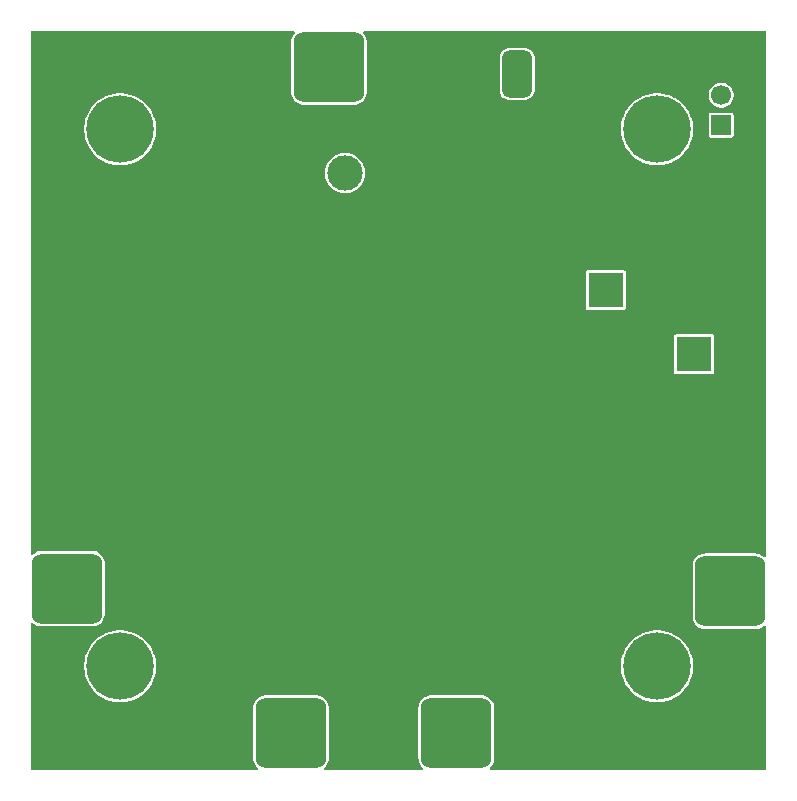
<source format=gbr>
%TF.GenerationSoftware,KiCad,Pcbnew,9.0.5*%
%TF.CreationDate,2025-12-11T06:11:38-03:00*%
%TF.ProjectId,stage power dron_v1,73746167-6520-4706-9f77-65722064726f,rev?*%
%TF.SameCoordinates,Original*%
%TF.FileFunction,Copper,L2,Bot*%
%TF.FilePolarity,Positive*%
%FSLAX46Y46*%
G04 Gerber Fmt 4.6, Leading zero omitted, Abs format (unit mm)*
G04 Created by KiCad (PCBNEW 9.0.5) date 2025-12-11 06:11:38*
%MOMM*%
%LPD*%
G01*
G04 APERTURE LIST*
G04 Aperture macros list*
%AMRoundRect*
0 Rectangle with rounded corners*
0 $1 Rounding radius*
0 $2 $3 $4 $5 $6 $7 $8 $9 X,Y pos of 4 corners*
0 Add a 4 corners polygon primitive as box body*
4,1,4,$2,$3,$4,$5,$6,$7,$8,$9,$2,$3,0*
0 Add four circle primitives for the rounded corners*
1,1,$1+$1,$2,$3*
1,1,$1+$1,$4,$5*
1,1,$1+$1,$6,$7*
1,1,$1+$1,$8,$9*
0 Add four rect primitives between the rounded corners*
20,1,$1+$1,$2,$3,$4,$5,0*
20,1,$1+$1,$4,$5,$6,$7,0*
20,1,$1+$1,$6,$7,$8,$9,0*
20,1,$1+$1,$8,$9,$2,$3,0*%
G04 Aperture macros list end*
%TA.AperFunction,ComponentPad*%
%ADD10RoundRect,0.900000X2.100000X2.100000X-2.100000X2.100000X-2.100000X-2.100000X2.100000X-2.100000X0*%
%TD*%
%TA.AperFunction,ComponentPad*%
%ADD11RoundRect,0.650000X-0.650000X-1.350000X0.650000X-1.350000X0.650000X1.350000X-0.650000X1.350000X0*%
%TD*%
%TA.AperFunction,ComponentPad*%
%ADD12RoundRect,0.900000X-2.100000X2.100000X-2.100000X-2.100000X2.100000X-2.100000X2.100000X2.100000X0*%
%TD*%
%TA.AperFunction,ComponentPad*%
%ADD13C,5.700000*%
%TD*%
%TA.AperFunction,ComponentPad*%
%ADD14R,3.000000X3.000000*%
%TD*%
%TA.AperFunction,ComponentPad*%
%ADD15C,3.000000*%
%TD*%
%TA.AperFunction,ComponentPad*%
%ADD16R,1.700000X1.700000*%
%TD*%
%TA.AperFunction,ComponentPad*%
%ADD17C,1.700000*%
%TD*%
%TA.AperFunction,ComponentPad*%
%ADD18RoundRect,0.900000X2.100000X-2.100000X2.100000X2.100000X-2.100000X2.100000X-2.100000X-2.100000X0*%
%TD*%
%TA.AperFunction,ViaPad*%
%ADD19C,2.000000*%
%TD*%
G04 APERTURE END LIST*
D10*
%TO.P,J3,1,Pin_1*%
%TO.N,+12V*%
X112310000Y-89880000D03*
%TO.P,J3,2,Pin_2*%
%TO.N,GND*%
X112310000Y-82880000D03*
%TD*%
D11*
%TO.P,SW1,1,A*%
%TO.N,Net-(S1-IN)*%
X150420000Y-46305000D03*
%TO.P,SW1,2,B*%
%TO.N,GND*%
X155120000Y-46305000D03*
%TD*%
D12*
%TO.P,J2,1,Pin_1*%
%TO.N,+12V*%
X134477385Y-45698998D03*
%TO.P,J2,2,Pin_2*%
%TO.N,GND*%
X127477385Y-45698998D03*
%TD*%
D13*
%TO.P,H1,1*%
%TO.N,N/C*%
X162255178Y-50990734D03*
%TD*%
%TO.P,H3,1*%
%TO.N,N/C*%
X162255178Y-96452703D03*
%TD*%
%TO.P,H4,1*%
%TO.N,N/C*%
X116795073Y-96452703D03*
%TD*%
%TO.P,H2,1*%
%TO.N,N/C*%
X116795073Y-50990734D03*
%TD*%
D14*
%TO.P,J7,1,Pin_1*%
%TO.N,+5V*%
X165420000Y-70020000D03*
D15*
%TO.P,J7,2,Pin_2*%
%TO.N,GND*%
X165420000Y-75100000D03*
%TD*%
D10*
%TO.P,J5,1,Pin_1*%
%TO.N,+12V*%
X168460000Y-90100000D03*
%TO.P,J5,2,Pin_2*%
%TO.N,GND*%
X168460000Y-83100000D03*
%TD*%
D16*
%TO.P,J1,1,Pin_1*%
%TO.N,VBATT_SIG*%
X167690000Y-50640000D03*
D17*
%TO.P,J1,2,Pin_2*%
%TO.N,I_SIG*%
X167690000Y-48100000D03*
%TD*%
D18*
%TO.P,J4,1,Pin_1*%
%TO.N,+12V*%
X145260000Y-102120000D03*
%TO.P,J4,2,Pin_2*%
%TO.N,GND*%
X152260000Y-102120000D03*
%TD*%
%TO.P,J8,1,Pin_1*%
%TO.N,+12V*%
X131260000Y-102120000D03*
%TO.P,J8,2,Pin_2*%
%TO.N,GND*%
X138260000Y-102120000D03*
%TD*%
D14*
%TO.P,J11,1,Pin_1*%
%TO.N,+BATT*%
X157910000Y-64590000D03*
D15*
%TO.P,J11,2,Pin_2*%
%TO.N,GND*%
X157910000Y-59510000D03*
%TD*%
D14*
%TO.P,J6,1,Pin_1*%
%TO.N,GND*%
X140930000Y-54690000D03*
D15*
%TO.P,J6,2,Pin_2*%
%TO.N,+12V*%
X135850000Y-54690000D03*
%TD*%
D19*
%TO.N,GND*%
X136460000Y-91830000D03*
X129300000Y-92300000D03*
X160150000Y-78700000D03*
X122260000Y-81180000D03*
X163000000Y-45480000D03*
%TD*%
%TA.AperFunction,Conductor*%
%TO.N,GND*%
G36*
X131478297Y-42642456D02*
G01*
X131545322Y-42662180D01*
X131591046Y-42715011D01*
X131600948Y-42784175D01*
X131571886Y-42847714D01*
X131565904Y-42854135D01*
X131524910Y-42895129D01*
X131524906Y-42895135D01*
X131407103Y-43069189D01*
X131324372Y-43262384D01*
X131324369Y-43262395D01*
X131279697Y-43467747D01*
X131279697Y-43467753D01*
X131276885Y-43514960D01*
X131276885Y-47883036D01*
X131278869Y-47916358D01*
X131279697Y-47930248D01*
X131324369Y-48135600D01*
X131324372Y-48135611D01*
X131407103Y-48328806D01*
X131407105Y-48328809D01*
X131407106Y-48328811D01*
X131524908Y-48502863D01*
X131673520Y-48651475D01*
X131847572Y-48769277D01*
X131847574Y-48769278D01*
X131847576Y-48769279D01*
X131848459Y-48769657D01*
X132040773Y-48852011D01*
X132040781Y-48852012D01*
X132040782Y-48852013D01*
X132246134Y-48896685D01*
X132246135Y-48896685D01*
X132246140Y-48896686D01*
X132293347Y-48899498D01*
X132293358Y-48899498D01*
X136661412Y-48899498D01*
X136661423Y-48899498D01*
X136708630Y-48896686D01*
X136913997Y-48852011D01*
X137107198Y-48769277D01*
X137281250Y-48651475D01*
X137429862Y-48502863D01*
X137547664Y-48328811D01*
X137630398Y-48135610D01*
X137675073Y-47930243D01*
X137677885Y-47883036D01*
X137677885Y-44881048D01*
X148919500Y-44881048D01*
X148919500Y-47728951D01*
X148922317Y-47770499D01*
X148966963Y-47950021D01*
X148966964Y-47950023D01*
X149049156Y-48115750D01*
X149049157Y-48115751D01*
X149049158Y-48115753D01*
X149082945Y-48157785D01*
X149165059Y-48259940D01*
X149247173Y-48325945D01*
X149309247Y-48375842D01*
X149474979Y-48458037D01*
X149654501Y-48502682D01*
X149654502Y-48502682D01*
X149654505Y-48502683D01*
X149696046Y-48505500D01*
X149696048Y-48505500D01*
X151143952Y-48505500D01*
X151143954Y-48505500D01*
X151185495Y-48502683D01*
X151365021Y-48458037D01*
X151530753Y-48375842D01*
X151674940Y-48259940D01*
X151790842Y-48115753D01*
X151873037Y-47950021D01*
X151917683Y-47770495D01*
X151920500Y-47728954D01*
X151920500Y-44881046D01*
X151917683Y-44839505D01*
X151873037Y-44659979D01*
X151790842Y-44494247D01*
X151740945Y-44432173D01*
X151674940Y-44350059D01*
X151572785Y-44267945D01*
X151530753Y-44234158D01*
X151530751Y-44234157D01*
X151530750Y-44234156D01*
X151365023Y-44151964D01*
X151365021Y-44151963D01*
X151185497Y-44107317D01*
X151185501Y-44107317D01*
X151154339Y-44105204D01*
X151143954Y-44104500D01*
X149696046Y-44104500D01*
X149684177Y-44105304D01*
X149654500Y-44107317D01*
X149474978Y-44151963D01*
X149474976Y-44151964D01*
X149309249Y-44234156D01*
X149165059Y-44350059D01*
X149049156Y-44494249D01*
X148966964Y-44659976D01*
X148966963Y-44659978D01*
X148922317Y-44839500D01*
X148919500Y-44881048D01*
X137677885Y-44881048D01*
X137677885Y-43514960D01*
X137675073Y-43467753D01*
X137630398Y-43262386D01*
X137547664Y-43069185D01*
X137429862Y-42895133D01*
X137392398Y-42857669D01*
X137358913Y-42796346D01*
X137363897Y-42726654D01*
X137405769Y-42670721D01*
X137471233Y-42646304D01*
X137480108Y-42645989D01*
X171391521Y-42665949D01*
X171458549Y-42685673D01*
X171504273Y-42738504D01*
X171515448Y-42790005D01*
X171495344Y-87079696D01*
X171475629Y-87146727D01*
X171422804Y-87192458D01*
X171353641Y-87202370D01*
X171290099Y-87173316D01*
X171283663Y-87167321D01*
X171263867Y-87147525D01*
X171263862Y-87147521D01*
X171158392Y-87076137D01*
X171089813Y-87029721D01*
X171089811Y-87029720D01*
X171089808Y-87029718D01*
X170896613Y-86946987D01*
X170896602Y-86946984D01*
X170691250Y-86902312D01*
X170676492Y-86901433D01*
X170644038Y-86899500D01*
X166275962Y-86899500D01*
X166245416Y-86901319D01*
X166228749Y-86902312D01*
X166023397Y-86946984D01*
X166023386Y-86946987D01*
X165830191Y-87029718D01*
X165656137Y-87147521D01*
X165656132Y-87147525D01*
X165507525Y-87296132D01*
X165507521Y-87296137D01*
X165389718Y-87470191D01*
X165306987Y-87663386D01*
X165306984Y-87663397D01*
X165262312Y-87868749D01*
X165262312Y-87868755D01*
X165259500Y-87915962D01*
X165259500Y-92284038D01*
X165261440Y-92316602D01*
X165262312Y-92331250D01*
X165306984Y-92536602D01*
X165306987Y-92536613D01*
X165389718Y-92729808D01*
X165389720Y-92729811D01*
X165389721Y-92729813D01*
X165507523Y-92903865D01*
X165656135Y-93052477D01*
X165830187Y-93170279D01*
X165830189Y-93170280D01*
X165830191Y-93170281D01*
X165958987Y-93225435D01*
X166023388Y-93253013D01*
X166023396Y-93253014D01*
X166023397Y-93253015D01*
X166228749Y-93297687D01*
X166228750Y-93297687D01*
X166228755Y-93297688D01*
X166275962Y-93300500D01*
X166275973Y-93300500D01*
X170644027Y-93300500D01*
X170644038Y-93300500D01*
X170691245Y-93297688D01*
X170896612Y-93253013D01*
X171089813Y-93170279D01*
X171263865Y-93052477D01*
X171280920Y-93035421D01*
X171342240Y-93001936D01*
X171411932Y-93006919D01*
X171467866Y-93048789D01*
X171492285Y-93114253D01*
X171492601Y-93123158D01*
X171487158Y-105116056D01*
X171467443Y-105183087D01*
X171414618Y-105228818D01*
X171363158Y-105240000D01*
X148195704Y-105240000D01*
X148128665Y-105220315D01*
X148082910Y-105167511D01*
X148072966Y-105098353D01*
X148101991Y-105034797D01*
X148108023Y-105028319D01*
X148212477Y-104923865D01*
X148330279Y-104749813D01*
X148413013Y-104556612D01*
X148457688Y-104351245D01*
X148460500Y-104304038D01*
X148460500Y-99935962D01*
X148457688Y-99888755D01*
X148413013Y-99683388D01*
X148335853Y-99503203D01*
X148330281Y-99490191D01*
X148330280Y-99490189D01*
X148330279Y-99490187D01*
X148212477Y-99316135D01*
X148063865Y-99167523D01*
X147889813Y-99049721D01*
X147889811Y-99049720D01*
X147889808Y-99049718D01*
X147696613Y-98966987D01*
X147696602Y-98966984D01*
X147491250Y-98922312D01*
X147476492Y-98921433D01*
X147444038Y-98919500D01*
X143075962Y-98919500D01*
X143045416Y-98921319D01*
X143028749Y-98922312D01*
X142823397Y-98966984D01*
X142823386Y-98966987D01*
X142630191Y-99049718D01*
X142456137Y-99167521D01*
X142456132Y-99167525D01*
X142307525Y-99316132D01*
X142307521Y-99316137D01*
X142189718Y-99490191D01*
X142106987Y-99683386D01*
X142106984Y-99683397D01*
X142062312Y-99888749D01*
X142062312Y-99888755D01*
X142059500Y-99935962D01*
X142059500Y-104304038D01*
X142061484Y-104337360D01*
X142062312Y-104351250D01*
X142106984Y-104556602D01*
X142106987Y-104556613D01*
X142189718Y-104749808D01*
X142307521Y-104923862D01*
X142307525Y-104923867D01*
X142411977Y-105028319D01*
X142445462Y-105089642D01*
X142440478Y-105159334D01*
X142398606Y-105215267D01*
X142333142Y-105239684D01*
X142324296Y-105240000D01*
X134195704Y-105240000D01*
X134128665Y-105220315D01*
X134082910Y-105167511D01*
X134072966Y-105098353D01*
X134101991Y-105034797D01*
X134108023Y-105028319D01*
X134212477Y-104923865D01*
X134330279Y-104749813D01*
X134413013Y-104556612D01*
X134457688Y-104351245D01*
X134460500Y-104304038D01*
X134460500Y-99935962D01*
X134457688Y-99888755D01*
X134413013Y-99683388D01*
X134335853Y-99503203D01*
X134330281Y-99490191D01*
X134330280Y-99490189D01*
X134330279Y-99490187D01*
X134212477Y-99316135D01*
X134063865Y-99167523D01*
X133889813Y-99049721D01*
X133889811Y-99049720D01*
X133889808Y-99049718D01*
X133696613Y-98966987D01*
X133696602Y-98966984D01*
X133491250Y-98922312D01*
X133476492Y-98921433D01*
X133444038Y-98919500D01*
X129075962Y-98919500D01*
X129045416Y-98921319D01*
X129028749Y-98922312D01*
X128823397Y-98966984D01*
X128823386Y-98966987D01*
X128630191Y-99049718D01*
X128456137Y-99167521D01*
X128456132Y-99167525D01*
X128307525Y-99316132D01*
X128307521Y-99316137D01*
X128189718Y-99490191D01*
X128106987Y-99683386D01*
X128106984Y-99683397D01*
X128062312Y-99888749D01*
X128062312Y-99888755D01*
X128059500Y-99935962D01*
X128059500Y-104304038D01*
X128061484Y-104337360D01*
X128062312Y-104351250D01*
X128106984Y-104556602D01*
X128106987Y-104556613D01*
X128189718Y-104749808D01*
X128307521Y-104923862D01*
X128307525Y-104923867D01*
X128411977Y-105028319D01*
X128445462Y-105089642D01*
X128440478Y-105159334D01*
X128398606Y-105215267D01*
X128333142Y-105239684D01*
X128324296Y-105240000D01*
X109359030Y-105240000D01*
X109291991Y-105220315D01*
X109246236Y-105167511D01*
X109235030Y-105115933D01*
X109235074Y-105034797D01*
X109239808Y-96281384D01*
X113744573Y-96281384D01*
X113744573Y-96624021D01*
X113782931Y-96964471D01*
X113782934Y-96964485D01*
X113859175Y-97298519D01*
X113859176Y-97298521D01*
X113972337Y-97621919D01*
X114120995Y-97930610D01*
X114120997Y-97930613D01*
X114303284Y-98220721D01*
X114516907Y-98488596D01*
X114759180Y-98730869D01*
X115027055Y-98944492D01*
X115317163Y-99126779D01*
X115625858Y-99275439D01*
X115949256Y-99388600D01*
X116283290Y-99464842D01*
X116283299Y-99464843D01*
X116283304Y-99464844D01*
X116508238Y-99490187D01*
X116623755Y-99503202D01*
X116623758Y-99503203D01*
X116623761Y-99503203D01*
X116966388Y-99503203D01*
X116966389Y-99503202D01*
X117140384Y-99483598D01*
X117306841Y-99464844D01*
X117306844Y-99464843D01*
X117306856Y-99464842D01*
X117640890Y-99388600D01*
X117964288Y-99275439D01*
X118272983Y-99126779D01*
X118563091Y-98944492D01*
X118830966Y-98730869D01*
X119073239Y-98488596D01*
X119286862Y-98220721D01*
X119469149Y-97930613D01*
X119617809Y-97621918D01*
X119730970Y-97298520D01*
X119807212Y-96964486D01*
X119845573Y-96624015D01*
X119845573Y-96281391D01*
X119845572Y-96281384D01*
X159204678Y-96281384D01*
X159204678Y-96624021D01*
X159243036Y-96964471D01*
X159243039Y-96964485D01*
X159319280Y-97298519D01*
X159319281Y-97298521D01*
X159432442Y-97621919D01*
X159581100Y-97930610D01*
X159581102Y-97930613D01*
X159763389Y-98220721D01*
X159977012Y-98488596D01*
X160219285Y-98730869D01*
X160487160Y-98944492D01*
X160777268Y-99126779D01*
X161085963Y-99275439D01*
X161409361Y-99388600D01*
X161743395Y-99464842D01*
X161743404Y-99464843D01*
X161743409Y-99464844D01*
X161968343Y-99490187D01*
X162083860Y-99503202D01*
X162083863Y-99503203D01*
X162083866Y-99503203D01*
X162426493Y-99503203D01*
X162426494Y-99503202D01*
X162600489Y-99483598D01*
X162766946Y-99464844D01*
X162766949Y-99464843D01*
X162766961Y-99464842D01*
X163100995Y-99388600D01*
X163424393Y-99275439D01*
X163733088Y-99126779D01*
X164023196Y-98944492D01*
X164291071Y-98730869D01*
X164533344Y-98488596D01*
X164746967Y-98220721D01*
X164929254Y-97930613D01*
X165077914Y-97621918D01*
X165191075Y-97298520D01*
X165267317Y-96964486D01*
X165305678Y-96624015D01*
X165305678Y-96281391D01*
X165267317Y-95940920D01*
X165191075Y-95606886D01*
X165077914Y-95283488D01*
X164929254Y-94974793D01*
X164746967Y-94684685D01*
X164533344Y-94416810D01*
X164291071Y-94174537D01*
X164023196Y-93960914D01*
X163733088Y-93778627D01*
X163733085Y-93778625D01*
X163424394Y-93629967D01*
X163100996Y-93516806D01*
X163100994Y-93516805D01*
X162843202Y-93457965D01*
X162766961Y-93440564D01*
X162766958Y-93440563D01*
X162766946Y-93440561D01*
X162426496Y-93402203D01*
X162426490Y-93402203D01*
X162083866Y-93402203D01*
X162083859Y-93402203D01*
X161743409Y-93440561D01*
X161743395Y-93440564D01*
X161409361Y-93516805D01*
X161409359Y-93516806D01*
X161085961Y-93629967D01*
X160777270Y-93778625D01*
X160487161Y-93960913D01*
X160219285Y-94174536D01*
X159977011Y-94416810D01*
X159763388Y-94684686D01*
X159581100Y-94974795D01*
X159432442Y-95283486D01*
X159319281Y-95606884D01*
X159319280Y-95606886D01*
X159243039Y-95940920D01*
X159243036Y-95940934D01*
X159204678Y-96281384D01*
X119845572Y-96281384D01*
X119807212Y-95940920D01*
X119730970Y-95606886D01*
X119617809Y-95283488D01*
X119469149Y-94974793D01*
X119286862Y-94684685D01*
X119073239Y-94416810D01*
X118830966Y-94174537D01*
X118563091Y-93960914D01*
X118272983Y-93778627D01*
X118272980Y-93778625D01*
X117964289Y-93629967D01*
X117640891Y-93516806D01*
X117640889Y-93516805D01*
X117383097Y-93457965D01*
X117306856Y-93440564D01*
X117306853Y-93440563D01*
X117306841Y-93440561D01*
X116966391Y-93402203D01*
X116966385Y-93402203D01*
X116623761Y-93402203D01*
X116623754Y-93402203D01*
X116283304Y-93440561D01*
X116283290Y-93440564D01*
X115949256Y-93516805D01*
X115949254Y-93516806D01*
X115625856Y-93629967D01*
X115317165Y-93778625D01*
X115027056Y-93960913D01*
X114759180Y-94174536D01*
X114516906Y-94416810D01*
X114303283Y-94684686D01*
X114120995Y-94974795D01*
X113972337Y-95283486D01*
X113859176Y-95606884D01*
X113859175Y-95606886D01*
X113782934Y-95940920D01*
X113782931Y-95940934D01*
X113744573Y-96281384D01*
X109239808Y-96281384D01*
X109241655Y-92867290D01*
X109261376Y-92800263D01*
X109314205Y-92754537D01*
X109383368Y-92744631D01*
X109446908Y-92773690D01*
X109453336Y-92779678D01*
X109506135Y-92832477D01*
X109680187Y-92950279D01*
X109680189Y-92950280D01*
X109680191Y-92950281D01*
X109800817Y-93001936D01*
X109873388Y-93033013D01*
X109873396Y-93033014D01*
X109873397Y-93033015D01*
X110078749Y-93077687D01*
X110078750Y-93077687D01*
X110078755Y-93077688D01*
X110125962Y-93080500D01*
X110125973Y-93080500D01*
X114494027Y-93080500D01*
X114494038Y-93080500D01*
X114541245Y-93077688D01*
X114746612Y-93033013D01*
X114939813Y-92950279D01*
X115113865Y-92832477D01*
X115262477Y-92683865D01*
X115380279Y-92509813D01*
X115463013Y-92316612D01*
X115507688Y-92111245D01*
X115510500Y-92064038D01*
X115510500Y-87695962D01*
X115507688Y-87648755D01*
X115463013Y-87443388D01*
X115380279Y-87250187D01*
X115262477Y-87076135D01*
X115113865Y-86927523D01*
X114939813Y-86809721D01*
X114939811Y-86809720D01*
X114939808Y-86809718D01*
X114746613Y-86726987D01*
X114746602Y-86726984D01*
X114541250Y-86682312D01*
X114526492Y-86681433D01*
X114494038Y-86679500D01*
X110125962Y-86679500D01*
X110095416Y-86681319D01*
X110078749Y-86682312D01*
X109873397Y-86726984D01*
X109873386Y-86726987D01*
X109680191Y-86809718D01*
X109506137Y-86927521D01*
X109506132Y-86927525D01*
X109456568Y-86977089D01*
X109395245Y-87010573D01*
X109325553Y-87005588D01*
X109269620Y-86963717D01*
X109245204Y-86898252D01*
X109244889Y-86889371D01*
X109254836Y-68500247D01*
X163719500Y-68500247D01*
X163719500Y-71539752D01*
X163731131Y-71598229D01*
X163731132Y-71598230D01*
X163775447Y-71664552D01*
X163841769Y-71708867D01*
X163841770Y-71708868D01*
X163900247Y-71720499D01*
X163900250Y-71720500D01*
X163900252Y-71720500D01*
X166939750Y-71720500D01*
X166939751Y-71720499D01*
X166954568Y-71717552D01*
X166998229Y-71708868D01*
X166998229Y-71708867D01*
X166998231Y-71708867D01*
X167064552Y-71664552D01*
X167108867Y-71598231D01*
X167108867Y-71598229D01*
X167108868Y-71598229D01*
X167120499Y-71539752D01*
X167120500Y-71539750D01*
X167120500Y-68500249D01*
X167120499Y-68500247D01*
X167108868Y-68441770D01*
X167108867Y-68441769D01*
X167064552Y-68375447D01*
X166998230Y-68331132D01*
X166998229Y-68331131D01*
X166939752Y-68319500D01*
X166939748Y-68319500D01*
X163900252Y-68319500D01*
X163900247Y-68319500D01*
X163841770Y-68331131D01*
X163841769Y-68331132D01*
X163775447Y-68375447D01*
X163731132Y-68441769D01*
X163731131Y-68441770D01*
X163719500Y-68500247D01*
X109254836Y-68500247D01*
X109257773Y-63070247D01*
X156209500Y-63070247D01*
X156209500Y-66109752D01*
X156221131Y-66168229D01*
X156221132Y-66168230D01*
X156265447Y-66234552D01*
X156331769Y-66278867D01*
X156331770Y-66278868D01*
X156390247Y-66290499D01*
X156390250Y-66290500D01*
X156390252Y-66290500D01*
X159429750Y-66290500D01*
X159429751Y-66290499D01*
X159444568Y-66287552D01*
X159488229Y-66278868D01*
X159488229Y-66278867D01*
X159488231Y-66278867D01*
X159554552Y-66234552D01*
X159598867Y-66168231D01*
X159598867Y-66168229D01*
X159598868Y-66168229D01*
X159610499Y-66109752D01*
X159610500Y-66109750D01*
X159610500Y-63070249D01*
X159610499Y-63070247D01*
X159598868Y-63011770D01*
X159598867Y-63011769D01*
X159554552Y-62945447D01*
X159488230Y-62901132D01*
X159488229Y-62901131D01*
X159429752Y-62889500D01*
X159429748Y-62889500D01*
X156390252Y-62889500D01*
X156390247Y-62889500D01*
X156331770Y-62901131D01*
X156331769Y-62901132D01*
X156265447Y-62945447D01*
X156221132Y-63011769D01*
X156221131Y-63011770D01*
X156209500Y-63070247D01*
X109257773Y-63070247D01*
X109262366Y-54578549D01*
X134149500Y-54578549D01*
X134149500Y-54801450D01*
X134149501Y-54801466D01*
X134178594Y-55022452D01*
X134178595Y-55022457D01*
X134178596Y-55022463D01*
X134178597Y-55022465D01*
X134236290Y-55237780D01*
X134236293Y-55237790D01*
X134321593Y-55443722D01*
X134321595Y-55443726D01*
X134433052Y-55636774D01*
X134433057Y-55636780D01*
X134433058Y-55636782D01*
X134568751Y-55813622D01*
X134568757Y-55813629D01*
X134726370Y-55971242D01*
X134726376Y-55971247D01*
X134903226Y-56106948D01*
X135096274Y-56218405D01*
X135302219Y-56303710D01*
X135517537Y-56361404D01*
X135738543Y-56390500D01*
X135738550Y-56390500D01*
X135961450Y-56390500D01*
X135961457Y-56390500D01*
X136182463Y-56361404D01*
X136397781Y-56303710D01*
X136603726Y-56218405D01*
X136796774Y-56106948D01*
X136973624Y-55971247D01*
X137131247Y-55813624D01*
X137266948Y-55636774D01*
X137378405Y-55443726D01*
X137463710Y-55237781D01*
X137521404Y-55022463D01*
X137550500Y-54801457D01*
X137550500Y-54578543D01*
X137521404Y-54357537D01*
X137463710Y-54142219D01*
X137378405Y-53936274D01*
X137266948Y-53743226D01*
X137131247Y-53566376D01*
X137131242Y-53566370D01*
X136973629Y-53408757D01*
X136973622Y-53408751D01*
X136796782Y-53273058D01*
X136796780Y-53273057D01*
X136796774Y-53273052D01*
X136603726Y-53161595D01*
X136603722Y-53161593D01*
X136397790Y-53076293D01*
X136397783Y-53076291D01*
X136397781Y-53076290D01*
X136182463Y-53018596D01*
X136182457Y-53018595D01*
X136182452Y-53018594D01*
X135961466Y-52989501D01*
X135961463Y-52989500D01*
X135961457Y-52989500D01*
X135738543Y-52989500D01*
X135738537Y-52989500D01*
X135738533Y-52989501D01*
X135517547Y-53018594D01*
X135517540Y-53018595D01*
X135517537Y-53018596D01*
X135487565Y-53026627D01*
X135302219Y-53076290D01*
X135302209Y-53076293D01*
X135096277Y-53161593D01*
X135096273Y-53161595D01*
X134903226Y-53273052D01*
X134903217Y-53273058D01*
X134726377Y-53408751D01*
X134726370Y-53408757D01*
X134568757Y-53566370D01*
X134568751Y-53566377D01*
X134433058Y-53743217D01*
X134433052Y-53743226D01*
X134321595Y-53936273D01*
X134321593Y-53936277D01*
X134236293Y-54142209D01*
X134236290Y-54142219D01*
X134178597Y-54357534D01*
X134178594Y-54357547D01*
X134149501Y-54578533D01*
X134149500Y-54578549D01*
X109262366Y-54578549D01*
X109264399Y-50819415D01*
X113744573Y-50819415D01*
X113744573Y-51162052D01*
X113782931Y-51502502D01*
X113782933Y-51502514D01*
X113782934Y-51502517D01*
X113797933Y-51568229D01*
X113859175Y-51836550D01*
X113859176Y-51836552D01*
X113972337Y-52159950D01*
X114120995Y-52468641D01*
X114120997Y-52468644D01*
X114303284Y-52758752D01*
X114516907Y-53026627D01*
X114759180Y-53268900D01*
X115027055Y-53482523D01*
X115317163Y-53664810D01*
X115625858Y-53813470D01*
X115949256Y-53926631D01*
X116283290Y-54002873D01*
X116283299Y-54002874D01*
X116283304Y-54002875D01*
X116510270Y-54028447D01*
X116623755Y-54041233D01*
X116623758Y-54041234D01*
X116623761Y-54041234D01*
X116966388Y-54041234D01*
X116966389Y-54041233D01*
X117140384Y-54021629D01*
X117306841Y-54002875D01*
X117306844Y-54002874D01*
X117306856Y-54002873D01*
X117640890Y-53926631D01*
X117964288Y-53813470D01*
X118272983Y-53664810D01*
X118563091Y-53482523D01*
X118830966Y-53268900D01*
X119073239Y-53026627D01*
X119286862Y-52758752D01*
X119469149Y-52468644D01*
X119617809Y-52159949D01*
X119730970Y-51836551D01*
X119807212Y-51502517D01*
X119845573Y-51162046D01*
X119845573Y-50819422D01*
X119845572Y-50819415D01*
X159204678Y-50819415D01*
X159204678Y-51162052D01*
X159243036Y-51502502D01*
X159243038Y-51502514D01*
X159243039Y-51502517D01*
X159258038Y-51568229D01*
X159319280Y-51836550D01*
X159319281Y-51836552D01*
X159432442Y-52159950D01*
X159581100Y-52468641D01*
X159581102Y-52468644D01*
X159763389Y-52758752D01*
X159977012Y-53026627D01*
X160219285Y-53268900D01*
X160487160Y-53482523D01*
X160777268Y-53664810D01*
X161085963Y-53813470D01*
X161409361Y-53926631D01*
X161743395Y-54002873D01*
X161743404Y-54002874D01*
X161743409Y-54002875D01*
X161970375Y-54028447D01*
X162083860Y-54041233D01*
X162083863Y-54041234D01*
X162083866Y-54041234D01*
X162426493Y-54041234D01*
X162426494Y-54041233D01*
X162600489Y-54021629D01*
X162766946Y-54002875D01*
X162766949Y-54002874D01*
X162766961Y-54002873D01*
X163100995Y-53926631D01*
X163424393Y-53813470D01*
X163733088Y-53664810D01*
X164023196Y-53482523D01*
X164291071Y-53268900D01*
X164533344Y-53026627D01*
X164746967Y-52758752D01*
X164929254Y-52468644D01*
X165077914Y-52159949D01*
X165191075Y-51836551D01*
X165267317Y-51502517D01*
X165305678Y-51162046D01*
X165305678Y-50819422D01*
X165267317Y-50478951D01*
X165191075Y-50144917D01*
X165077914Y-49821519D01*
X165053223Y-49770247D01*
X166639500Y-49770247D01*
X166639500Y-51509752D01*
X166651131Y-51568229D01*
X166651132Y-51568230D01*
X166695447Y-51634552D01*
X166761769Y-51678867D01*
X166761770Y-51678868D01*
X166820247Y-51690499D01*
X166820250Y-51690500D01*
X166820252Y-51690500D01*
X168559750Y-51690500D01*
X168559751Y-51690499D01*
X168574568Y-51687552D01*
X168618229Y-51678868D01*
X168618229Y-51678867D01*
X168618231Y-51678867D01*
X168684552Y-51634552D01*
X168728867Y-51568231D01*
X168728867Y-51568229D01*
X168728868Y-51568229D01*
X168740499Y-51509752D01*
X168740500Y-51509750D01*
X168740500Y-49770249D01*
X168740499Y-49770247D01*
X168728868Y-49711770D01*
X168728867Y-49711769D01*
X168684552Y-49645447D01*
X168618230Y-49601132D01*
X168618229Y-49601131D01*
X168559752Y-49589500D01*
X168559748Y-49589500D01*
X166820252Y-49589500D01*
X166820247Y-49589500D01*
X166761770Y-49601131D01*
X166761769Y-49601132D01*
X166695447Y-49645447D01*
X166651132Y-49711769D01*
X166651131Y-49711770D01*
X166639500Y-49770247D01*
X165053223Y-49770247D01*
X164929254Y-49512824D01*
X164746967Y-49222716D01*
X164533344Y-48954841D01*
X164291071Y-48712568D01*
X164023196Y-48498945D01*
X163822831Y-48373047D01*
X163733085Y-48316656D01*
X163424394Y-48167998D01*
X163251456Y-48107485D01*
X163100996Y-48054837D01*
X163100994Y-48054836D01*
X162845542Y-47996530D01*
X166639500Y-47996530D01*
X166639500Y-48203469D01*
X166679868Y-48406412D01*
X166679870Y-48406420D01*
X166759058Y-48597596D01*
X166874024Y-48769657D01*
X167020342Y-48915975D01*
X167020345Y-48915977D01*
X167192402Y-49030941D01*
X167383580Y-49110130D01*
X167586530Y-49150499D01*
X167586534Y-49150500D01*
X167586535Y-49150500D01*
X167793466Y-49150500D01*
X167793467Y-49150499D01*
X167996420Y-49110130D01*
X168187598Y-49030941D01*
X168359655Y-48915977D01*
X168505977Y-48769655D01*
X168620941Y-48597598D01*
X168700130Y-48406420D01*
X168740500Y-48203465D01*
X168740500Y-47996535D01*
X168700130Y-47793580D01*
X168620941Y-47602402D01*
X168505977Y-47430345D01*
X168505975Y-47430342D01*
X168359657Y-47284024D01*
X168273626Y-47226541D01*
X168187598Y-47169059D01*
X167996420Y-47089870D01*
X167996412Y-47089868D01*
X167793469Y-47049500D01*
X167793465Y-47049500D01*
X167586535Y-47049500D01*
X167586530Y-47049500D01*
X167383587Y-47089868D01*
X167383579Y-47089870D01*
X167192403Y-47169058D01*
X167020342Y-47284024D01*
X166874024Y-47430342D01*
X166759058Y-47602403D01*
X166679870Y-47793579D01*
X166679868Y-47793587D01*
X166639500Y-47996530D01*
X162845542Y-47996530D01*
X162843202Y-47995996D01*
X162766961Y-47978595D01*
X162766958Y-47978594D01*
X162766946Y-47978592D01*
X162426496Y-47940234D01*
X162426490Y-47940234D01*
X162083866Y-47940234D01*
X162083859Y-47940234D01*
X161743409Y-47978592D01*
X161743395Y-47978595D01*
X161409361Y-48054836D01*
X161409359Y-48054837D01*
X161085961Y-48167998D01*
X160777270Y-48316656D01*
X160487161Y-48498944D01*
X160219285Y-48712567D01*
X159977011Y-48954841D01*
X159763388Y-49222717D01*
X159581100Y-49512826D01*
X159432442Y-49821517D01*
X159319281Y-50144915D01*
X159319280Y-50144917D01*
X159243039Y-50478951D01*
X159243036Y-50478965D01*
X159204678Y-50819415D01*
X119845572Y-50819415D01*
X119807212Y-50478951D01*
X119730970Y-50144917D01*
X119617809Y-49821519D01*
X119469149Y-49512824D01*
X119286862Y-49222716D01*
X119073239Y-48954841D01*
X118830966Y-48712568D01*
X118563091Y-48498945D01*
X118362726Y-48373047D01*
X118272980Y-48316656D01*
X117964289Y-48167998D01*
X117640891Y-48054837D01*
X117640889Y-48054836D01*
X117383097Y-47995996D01*
X117306856Y-47978595D01*
X117306853Y-47978594D01*
X117306841Y-47978592D01*
X116966391Y-47940234D01*
X116966385Y-47940234D01*
X116623761Y-47940234D01*
X116623754Y-47940234D01*
X116283304Y-47978592D01*
X116283290Y-47978595D01*
X115949256Y-48054836D01*
X115949254Y-48054837D01*
X115625856Y-48167998D01*
X115317165Y-48316656D01*
X115027056Y-48498944D01*
X114759180Y-48712567D01*
X114516906Y-48954841D01*
X114303283Y-49222717D01*
X114120995Y-49512826D01*
X113972337Y-49821517D01*
X113859176Y-50144915D01*
X113859175Y-50144917D01*
X113782934Y-50478951D01*
X113782931Y-50478965D01*
X113744573Y-50819415D01*
X109264399Y-50819415D01*
X109268762Y-42753386D01*
X109288483Y-42686361D01*
X109341312Y-42640635D01*
X109392830Y-42629457D01*
X131478297Y-42642456D01*
G37*
%TD.AperFunction*%
%TD*%
M02*

</source>
